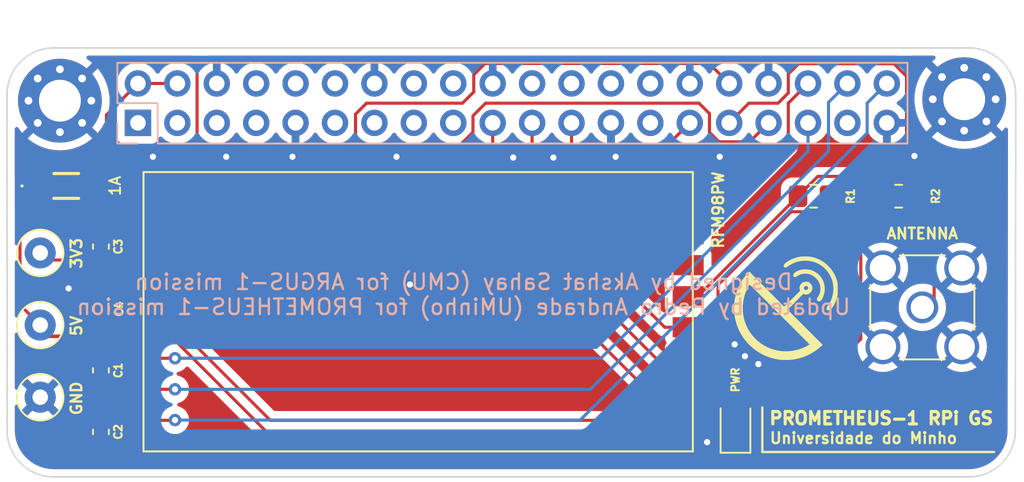
<source format=kicad_pcb>
(kicad_pcb (version 20221018) (generator pcbnew)
  (title_block (title "PROMETHEUS-1 Ground Station") (rev "v2.1"))
  (layers (0 "F.Cu" signal) (31 "B.Cu" signal) (34 "B.Paste" user) (35 "F.Paste" user) (36 "B.SilkS" user "B.Silkscreen") (37 "F.SilkS" user "F.Silkscreen") (38 "B.Mask" user) (39 "F.Mask" user) (44 "Edge.Cuts" user))
  (net 0 "")
  (net 1 "/5V")
  (net 2 "GND")
  (net 3 "+3V3")
  (net 4 "Net-(D1-A)")
  (net 5 "Net-(ERBRG3R00V1-Pad2)")
  (net 19 "/RF_MOSI")
  (net 20 "/RF_MISO")
  (net 22 "/RF_SCK")
  (net 27 "/RF_RESET")
  (net 28 "/RF_CS")
  (net 29 "/RF_DIO3")
  (net 30 "/RF_DIO4")
  (net 31 "/RF_DIO0")
  (net 32 "/RF_DIO5")
  (net 34 "/RF_DIO1")
  (net 35 "/RF_DIO2")
  (net 36 "/RF_ANT")
  (footprint "Capacitor_SMD:C_0603_1608Metric_Pad1.08x0.95mm_HandSolder" (layer "F.Cu") (at 120.2436 100.0749 90)
    (fp_text reference "C1" (at -0.0011 1.1176 90) (layer "F.SilkS") (effects (font (size 0.5 0.5) (thickness 0.125))))
    (fp_text value "10uF")
    (fp_line (start -0.146267 -0.51) (end 0.146267 -0.51) (stroke (width 0.12)) (layer "F.SilkS"))
    (fp_line (start -0.146267 0.51) (end 0.146267 0.51) (stroke (width 0.12)) (layer "F.SilkS"))
    (pad "1" smd roundrect (at -0.8625 0 90) (size 1.075 0.95) (layers "F.Cu" "F.Paste" "F.Mask") (net 1 "/5V"))
    (pad "2" smd roundrect (at 0.8625 0 90) (size 1.075 0.95) (layers "F.Cu" "F.Paste" "F.Mask") (net 2 "GND"))
  )
  (footprint ".MyLib:ERBRG4R00V" (layer "F.Cu") (at 118.0084 88.1888)
    (fp_text reference "1A" (at 3.1496 0 90) (layer "F.SilkS") (effects (font (size 0.7 0.7) (thickness 0.125))))
    (fp_text value "1A" hide)
    (fp_line (start -2.9 0) (end -2.9 0) (stroke (width 0.1)) (layer "F.SilkS"))
    (fp_line (start -2.8 0) (end -2.8 0) (stroke (width 0.1)) (layer "F.SilkS"))
    (fp_line (start -0.8 -0.8) (end 0.8 -0.8) (stroke (width 0.2)) (layer "F.SilkS"))
    (fp_line (start -0.8 0.8) (end 0.8 0.8) (stroke (width 0.2)) (layer "F.SilkS"))
    (fp_arc (start -2.9 0) (mid -2.85 -0.05) (end -2.8 0) (stroke (width 0.1)) (layer "F.SilkS"))
    (fp_arc (start -2.8 0) (mid -2.85 0.05) (end -2.9 0) (stroke (width 0.1)) (layer "F.SilkS"))
    (pad "1" smd rect (at -1.725 0) (size 1.25 1.5) (layers "F.Cu" "F.Paste" "F.Mask") (net 1 "/5V"))
    (pad "2" smd rect (at 1.725 0) (size 1.25 1.5) (layers "F.Cu" "F.Paste" "F.Mask") (net 5 "Net-(ERBRG3R00V1-Pad2)"))
  )
  (footprint "Connector_Coaxial:SMA_Amphenol_901-144_Vertical" (layer "F.Cu") (at 173.1772 96.012)
    (fp_text reference "ANTENNA" (at 0 -4.75) (layer "F.SilkS") (effects (font (size 0.7 0.7))))
    (fp_text value "Coax SMA")
    (fp_line (start -3.355 -1.45) (end -3.355 1.45) (stroke (width 0.12)) (layer "F.SilkS"))
    (fp_line (start -1.45 -3.355) (end 1.45 -3.355) (stroke (width 0.12)) (layer "F.SilkS"))
    (fp_line (start -1.45 3.355) (end 1.45 3.355) (stroke (width 0.12)) (layer "F.SilkS"))
    (fp_line (start 3.355 -1.45) (end 3.355 1.45) (stroke (width 0.12)) (layer "F.SilkS"))
    (pad "1" thru_hole circle (at 0 0) (size 2.05 2.05) (drill 1.5) (layers "*.Cu" "*.Mask") (net 36 "/RF_ANT"))
    (pad "2" thru_hole circle (at -2.54 -2.54) (size 2.25 2.25) (drill 1.7) (layers "*.Cu" "*.Mask") (net 2 "GND"))
    (pad "2" thru_hole circle (at -2.54 2.54) (size 2.25 2.25) (drill 1.7) (layers "*.Cu" "*.Mask") (net 2 "GND"))
    (pad "2" thru_hole circle (at 2.54 -2.54) (size 2.25 2.25) (drill 1.7) (layers "*.Cu" "*.Mask") (net 2 "GND"))
    (pad "2" thru_hole circle (at 2.54 2.54) (size 2.25 2.25) (drill 1.7) (layers "*.Cu" "*.Mask") (net 2 "GND"))
  )
  (footprint "LED_SMD:LED_0805_2012Metric_Pad1.15x1.40mm_HandSolder" (layer "F.Cu") (at 161.1376 103.5214 90)
    (fp_text reference "PWR" (at 2.8358 0 90) (layer "F.SilkS") (effects (font (size 0.5 0.5) (thickness 0.125))))
    (fp_text value "POW" hide)
    (fp_line (start -1.86 -0.96) (end -1.86 0.96) (stroke (width 0.12)) (layer "F.SilkS"))
    (fp_line (start -1.86 0.96) (end 1 0.96) (stroke (width 0.12)) (layer "F.SilkS"))
    (fp_line (start 1 -0.96) (end -1.86 -0.96) (stroke (width 0.12)) (layer "F.SilkS"))
    (pad "1" smd roundrect (at -1.025 0 90) (size 1.15 1.4) (layers "F.Cu" "F.Paste" "F.Mask") (roundrect_rratio 0.217391) (net 2 "GND"))
    (pad "2" smd roundrect (at 1.025 0 90) (size 1.15 1.4) (layers "F.Cu" "F.Paste" "F.Mask") (roundrect_rratio 0.217391) (net 4 "Net-(D1-A)"))
  )
  (footprint "TestPoint:TestPoint_Loop_D2.50mm_Drill1.0mm" (layer "F.Cu") (at 116.332 92.5032)
    (fp_text reference "3V3" (at 2.3368 0.0272 90) (layer "F.SilkS") (effects (font (size 0.7 0.7))))
    (fp_text value "3.3V")
    (fp_circle (center 0 0) (end 1.5 0) (stroke (width 0.12)) (fill none) (layer "F.SilkS"))
    (pad "1" thru_hole circle (at 0 0) (size 2 2) (drill 1) (layers "*.Cu" "*.Mask") (net 3 "+3V3"))
  )
  (footprint "Capacitor_SMD:C_0603_1608Metric_Pad1.08x0.95mm_HandSolder" (layer "F.Cu") (at 120.2436 96.1136 -90)
    (fp_text reference "C4" (at 0.0011 -1.1684 90) (layer "F.SilkS") (effects (font (size 0.5 0.5) (thickness 0.125))))
    (fp_text value "0.1uF")
    (fp_line (start -0.146267 -0.51) (end 0.146267 -0.51) (stroke (width 0.12)) (layer "F.SilkS"))
    (fp_line (start -0.146267 0.51) (end 0.146267 0.51) (stroke (width 0.12)) (layer "F.SilkS"))
    (pad "1" smd roundrect (at -0.8625 0 270) (size 1.075 0.95) (layers "F.Cu" "F.Paste" "F.Mask") (net 3 "+3V3"))
    (pad "2" smd roundrect (at 0.8625 0 270) (size 1.075 0.95) (layers "F.Cu" "F.Paste" "F.Mask") (net 2 "GND"))
  )
  (footprint "Capacitor_SMD:C_0603_1608Metric_Pad1.08x0.95mm_HandSolder" (layer "F.Cu") (at 120.2436 92.0993 90)
    (fp_text reference "C3" (at 0 1.1176 90) (layer "F.SilkS") (effects (font (size 0.5 0.5) (thickness 0.125))))
    (fp_text value "10uF")
    (fp_line (start -0.146267 -0.51) (end 0.146267 -0.51) (stroke (width 0.12)) (layer "F.SilkS"))
    (fp_line (start -0.146267 0.51) (end 0.146267 0.51) (stroke (width 0.12)) (layer "F.SilkS"))
    (pad "1" smd roundrect (at -0.8625 0 90) (size 1.075 0.95) (layers "F.Cu" "F.Paste" "F.Mask") (net 3 "+3V3"))
    (pad "2" smd roundrect (at 0.8625 0 90) (size 1.075 0.95) (layers "F.Cu" "F.Paste" "F.Mask") (net 2 "GND"))
  )
  (footprint "MountingHole:MountingHole_2.7mm_M2.5_Pad_Via" (layer "F.Cu") (at 175.8766 82.6008)
    (fp_text reference "H2" hide)
    (fp_text value "M")
    (pad "1" thru_hole circle (at -2.025 0) (size 0.8 0.8) (drill 0.5) (layers "*.Cu" "*.Mask") (net 2 "GND"))
    (pad "1" thru_hole circle (at -1.431891 -1.431891) (size 0.8 0.8) (drill 0.5) (layers "*.Cu" "*.Mask") (net 2 "GND"))
    (pad "1" thru_hole circle (at -1.431891 1.431891) (size 0.8 0.8) (drill 0.5) (layers "*.Cu" "*.Mask") (net 2 "GND"))
    (pad "1" thru_hole circle (at 0 -2.025) (size 0.8 0.8) (drill 0.5) (layers "*.Cu" "*.Mask") (net 2 "GND"))
    (pad "1" thru_hole circle (at 0 0) (size 5.4 5.4) (drill 2.7) (layers "*.Cu" "*.Mask") (net 2 "GND"))
    (pad "1" thru_hole circle (at 0 2.025) (size 0.8 0.8) (drill 0.5) (layers "*.Cu" "*.Mask") (net 2 "GND"))
    (pad "1" thru_hole circle (at 1.431891 -1.431891) (size 0.8 0.8) (drill 0.5) (layers "*.Cu" "*.Mask") (net 2 "GND"))
    (pad "1" thru_hole circle (at 1.431891 1.431891) (size 0.8 0.8) (drill 0.5) (layers "*.Cu" "*.Mask") (net 2 "GND"))
    (pad "1" thru_hole circle (at 2.025 0) (size 0.8 0.8) (drill 0.5) (layers "*.Cu" "*.Mask") (net 2 "GND"))
  )
  (footprint "MountingHole:MountingHole_2.7mm_M2.5_Pad_Via" (layer "F.Cu") (at 117.602 82.6954)
    (fp_text reference "H1" hide)
    (fp_text value "M")
    (pad "1" thru_hole circle (at -2.025 0) (size 0.8 0.8) (drill 0.5) (layers "*.Cu" "*.Mask") (net 2 "GND"))
    (pad "1" thru_hole circle (at -1.431891 -1.431891) (size 0.8 0.8) (drill 0.5) (layers "*.Cu" "*.Mask") (net 2 "GND"))
    (pad "1" thru_hole circle (at -1.431891 1.431891) (size 0.8 0.8) (drill 0.5) (layers "*.Cu" "*.Mask") (net 2 "GND"))
    (pad "1" thru_hole circle (at 0 -2.025) (size 0.8 0.8) (drill 0.5) (layers "*.Cu" "*.Mask") (net 2 "GND"))
    (pad "1" thru_hole circle (at 0 0) (size 5.4 5.4) (drill 2.7) (layers "*.Cu" "*.Mask") (net 2 "GND"))
    (pad "1" thru_hole circle (at 0 2.025) (size 0.8 0.8) (drill 0.5) (layers "*.Cu" "*.Mask") (net 2 "GND"))
    (pad "1" thru_hole circle (at 1.431891 -1.431891) (size 0.8 0.8) (drill 0.5) (layers "*.Cu" "*.Mask") (net 2 "GND"))
    (pad "1" thru_hole circle (at 1.431891 1.431891) (size 0.8 0.8) (drill 0.5) (layers "*.Cu" "*.Mask") (net 2 "GND"))
    (pad "1" thru_hole circle (at 2.025 0) (size 0.8 0.8) (drill 0.5) (layers "*.Cu" "*.Mask") (net 2 "GND"))
  )
  (footprint "Resistor_SMD:R_0805_2012Metric_Pad1.20x1.40mm_HandSolder" (layer "F.Cu") (at 171.6532 88.8492)
    (fp_text reference "R2" (at 2.3876 0 90) (layer "F.SilkS") (effects (font (size 0.5 0.5) (thickness 0.125))))
    (fp_text value "200")
    (fp_line (start -0.227064 -0.735) (end 0.227064 -0.735) (stroke (width 0.12)) (layer "F.SilkS"))
    (fp_line (start -0.227064 0.735) (end 0.227064 0.735) (stroke (width 0.12)) (layer "F.SilkS"))
    (pad "1" smd roundrect (at -1 0) (size 1.2 1.4) (layers "F.Cu" "F.Paste" "F.Mask") (roundrect_rratio 0.208333) (net 4 "Net-(D1-A)"))
    (pad "2" smd roundrect (at 1 0) (size 1.2 1.4) (layers "F.Cu" "F.Paste" "F.Mask") (roundrect_rratio 0.208333) (net 1 "/5V"))
  )
  (footprint "TestPoint:TestPoint_Loop_D2.50mm_Drill1.0mm" (layer "F.Cu") (at 116.332 101.8032)
    (fp_text reference "GND" (at 2.3368 0.0744 90) (layer "F.SilkS") (effects (font (size 0.7 0.7))))
    (fp_text value "GND")
    (fp_circle (center 0 0) (end 1.5 0) (stroke (width 0.12)) (fill none) (layer "F.SilkS"))
    (pad "1" thru_hole circle (at 0 0) (size 2 2) (drill 1) (layers "*.Cu" "*.Mask") (net 2 "GND"))
  )
  (footprint "Resistor_SMD:R_0805_2012Metric_Pad1.20x1.40mm_HandSolder" (layer "F.Cu") (at 166.1668 88.8492)
    (fp_text reference "R1" (at 2.3876 0 90) (layer "F.SilkS") (effects (font (size 0.5 0.5) (thickness 0.125))))
    (fp_text value "10K")
    (fp_line (start -0.227064 -0.735) (end 0.227064 -0.735) (stroke (width 0.12)) (layer "F.SilkS"))
    (fp_line (start -0.227064 0.735) (end 0.227064 0.735) (stroke (width 0.12)) (layer "F.SilkS"))
    (pad "1" smd roundrect (at -1 0) (size 1.2 1.4) (layers "F.Cu" "F.Paste" "F.Mask") (roundrect_rratio 0.208333) (net 28 "/RF_CS"))
    (pad "2" smd roundrect (at 1 0) (size 1.2 1.4) (layers "F.Cu" "F.Paste" "F.Mask") (roundrect_rratio 0.208333) (net 3 "+3V3"))
  )
  (footprint "LOGO" (layer "F.Cu") (at 164.3888 96.0628)
    (fp_text reference "G***" hide)
    (fp_text value "LOGO" hide)
    (fp_poly (pts (xy 1.344498 -2.496343) (xy 1.445478 -2.488285) (xy 1.532761 -2.475019) (xy 1.565485 -2.467376) (xy 1.73642 -2.408782) (xy 1.892374 -2.330214) (xy 2.032539 -2.233603) (xy 2.156106 -2.120881) (xy 2.262266 -1.993981) (xy 2.350212 -1.854834) (xy 2.419134 -1.705372) (xy 2.468225 -1.547529) (xy 2.496674 -1.383234) (xy 2.503674 -1.214422) (xy 2.488417 -1.043024) (xy 2.450093 -0.870971) (xy 2.387894 -0.700197) (xy 2.34356 -0.608172) (xy 2.312759 -0.555239) (xy 2.280482 -0.509011) (xy 2.252214 -0.477178) (xy 2.24704 -0.472842) (xy 2.19628 -0.44627) (xy 2.13869 -0.434745) (xy 2.084296 -0.439522) (xy 2.059676 -0.449381) (xy 2.031543 -0.474007) (xy 2.006251 -0.509796) (xy 2.002729 -0.516701) (xy 1.988922 -0.570775) (xy 1.998629 -0.627557) (xy 2.032402 -0.689334) (xy 2.049906 -0.712431) (xy 2.087713 -0.768054) (xy 2.126677 -0.840099) (xy 2.162464 -0.919481) (xy 2.19074 -0.997113) (xy 2.198568 -1.024089) (xy 2.211497 -1.095349) (xy 2.218403 -1.182837) (xy 2.21927 -1.277394) (xy 2.214084 -1.369857) (xy 2.20283 -1.451066) (xy 2.199276 -1.467643) (xy 2.183671 -1.520486) (xy 2.159688 -1.58566) (xy 2.131377 -1.652553) (xy 2.117077 -1.682897) (xy 2.087751 -1.739698) (xy 2.059449 -1.786216) (xy 2.026961 -1.82941) (xy 1.985077 -1.876241) (xy 1.931507 -1.930766) (xy 1.813511 -2.03512) (xy 1.69306 -2.114795) (xy 1.566871 -2.171188) (xy 1.431661 -2.205699) (xy 1.284147 -2.219726) (xy 1.252197 -2.220199) (xy 1.109958 -2.212214) (xy 0.981778 -2.186199) (xy 0.861135 -2.140156) (xy 0.741505 -2.072087) (xy 0.719019 -2.056958) (xy 0.647614 -2.01665) (xy 0.585834 -2.000587) (xy 0.533663 -2.008769) (xy 0.491088 -2.041194) (xy 0.486367 -2.047047) (xy 0.469557 -2.089022) (xy 0.472584 -2.140196) (xy 0.493461 -2.195469) (xy 0.5302 -2.249741) (xy 0.580813 -2.297915) (xy 0.585577 -2.301482) (xy 0.652777 -2.344474) (xy 0.735976 -2.388271) (xy 0.825609 -2.428452) (xy 0.912113 -2.460598) (xy 0.960263 -2.474626) (xy 1.037704 -2.488335) (xy 1.132778 -2.496462) (xy 1.237654 -2.4991)) (fill solid) (layer "F.SilkS"))
    (fp_poly (pts (xy 1.374164 -3.330831) (xy 1.479229 -3.325302) (xy 1.570222 -3.316487) (xy 1.617668 -3.309181) (xy 1.811684 -3.261852) (xy 2.008802 -3.192634) (xy 2.202925 -3.104058) (xy 2.387959 -2.998651) (xy 2.427053 -2.973315) (xy 2.518662 -2.905778) (xy 2.617841 -2.820961) (xy 2.719268 -2.724268) (xy 2.817624 -2.621103) (xy 2.907587 -2.516869) (xy 2.983836 -2.416972) (xy 3.004388 -2.386929) (xy 3.122042 -2.189421) (xy 3.216053 -1.986681) (xy 3.288869 -1.773099) (xy 3.314311 -1.676374) (xy 3.322255 -1.640187) (xy 3.328378 -1.602918) (xy 3.332904 -1.560569) (xy 3.336062 -1.509143) (xy 3.338077 -1.44464) (xy 3.339177 -1.363064) (xy 3.339588 -1.260416) (xy 3.33961 -1.230412) (xy 3.339161 -1.109976) (xy 3.337645 -1.01234) (xy 3.334913 -0.93423) (xy 3.33082 -0.87237) (xy 3.325216 -0.823486) (xy 3.319937 -0.79338) (xy 3.270837 -0.608179) (xy 3.20113 -0.421203) (xy 3.11436 -0.240554) (xy 3.01407 -0.074329) (xy 2.990399 -0.040297) (xy 2.948427 0.016679) (xy 2.915385 0.056348) (xy 2.886427 0.08356) (xy 2.856707 0.103169) (xy 2.837442 0.112862) (xy 2.764157 0.137852) (xy 2.701271 0.139452) (xy 2.665515 0.127995) (xy 2.640072 0.10621) (xy 2.621254 0.076019) (xy 2.612893 0.035558) (xy 2.620618 -0.010738) (xy 2.645626 -0.066153) (xy 2.689111 -0.133969) (xy 2.706502 -0.157985) (xy 2.768616 -0.250568) (xy 2.831137 -0.359011) (xy 2.889054 -0.473651) (xy 2.937352 -0.584828) (xy 2.959653 -0.645922) (xy 3.017049 -0.85754) (xy 3.049456 -1.069515) (xy 3.057575 -1.280074) (xy 3.042106 -1.487445) (xy 3.00375 -1.689857) (xy 2.943207 -1.885537) (xy 2.861179 -2.072714) (xy 2.758365 -2.249614) (xy 2.635467 -2.414467) (xy 2.493186 -2.5655) (xy 2.332221 -2.700941) (xy 2.153274 -2.819018) (xy 2.085644 -2.856378) (xy 1.89683 -2.94121) (xy 1.699364 -3.00275) (xy 1.49591 -3.041213) (xy 1.289129 -3.056816) (xy 1.081684 -3.049776) (xy 0.876237 -3.020309) (xy 0.675452 -2.968633) (xy 0.481989 -2.894963) (xy 0.298513 -2.799517) (xy 0.148862 -2.698767) (xy 0.076234 -2.649239) (xy 0.015685 -2.620646) (xy -0.035748 -2.612608) (xy -0.08103 -2.624743) (xy -0.123126 -2.656669) (xy -0.129205 -2.662986) (xy -0.152707 -2.70499) (xy -0.15152 -2.753325) (xy -0.126115 -2.807413) (xy -0.076964 -2.866674) (xy -0.004536 -2.930529) (xy 0.090697 -2.998401) (xy 0.195907 -3.062665) (xy 0.385397 -3.158898) (xy 0.58541 -3.23558) (xy 0.800373 -3.294328) (xy 0.870823 -3.309168) (xy 0.946362 -3.320074) (xy 1.041125 -3.327693) (xy 1.148452 -3.332026) (xy 1.261685 -3.333072)) (fill solid) (layer "F.SilkS"))
    (fp_poly (pts (xy -1.793611 -1.785953) (xy -1.670054 -1.661306) (xy -1.534083 -1.524164) (xy -1.389991 -1.378857) (xy -1.242073 -1.229713) (xy -1.094621 -1.081061) (xy -0.95193 -0.937231) (xy -0.818294 -0.80255) (xy -0.698005 -0.681349) (xy -0.679405 -0.662611) (xy -0.581196 -0.563574) (xy -0.488384 -0.469783) (xy -0.402619 -0.382919) (xy -0.325552 -0.304661) (xy -0.258831 -0.236691) (xy -0.204107 -0.180688) (xy -0.163029 -0.138333) (xy -0.137247 -0.111305) (xy -0.128513 -0.101522) (xy -0.118957 -0.104577) (xy -0.095306 -0.12266) (xy -0.057006 -0.156297) (xy -0.003501 -0.206014) (xy 0.065763 -0.272338) (xy 0.151342 -0.355794) (xy 0.25379 -0.456909) (xy 0.373664 -0.576209) (xy 0.397837 -0.600357) (xy 0.913666 -1.115916) (xy 0.892427 -1.178248) (xy 0.878535 -1.245721) (xy 0.877359 -1.289521) (xy 1.161068 -1.289521) (xy 1.172133 -1.235772) (xy 1.201635 -1.194719) (xy 1.244037 -1.168769) (xy 1.293798 -1.160327) (xy 1.34538 -1.171801) (xy 1.380885 -1.194036) (xy 1.417992 -1.239398) (xy 1.429924 -1.291501) (xy 1.417227 -1.348014) (xy 1.386534 -1.39433) (xy 1.345122 -1.421239) (xy 1.298268 -1.429945) (xy 1.25125 -1.421653) (xy 1.209344 -1.397568) (xy 1.177829 -1.358896) (xy 1.16198 -1.30684) (xy 1.161068 -1.289521) (xy 0.877359 -1.289521) (xy 0.87645 -1.323385) (xy 0.885609 -1.400042) (xy 0.905452 -1.464491) (xy 0.906931 -1.467643) (xy 0.940245 -1.519126) (xy 0.989624 -1.574108) (xy 1.047406 -1.625229) (xy 1.105933 -1.665126) (xy 1.120331 -1.672753) (xy 1.156835 -1.688131) (xy 1.194944 -1.697214) (xy 1.243241 -1.701426) (xy 1.298048 -1.702242) (xy 1.38107 -1.697839) (xy 1.447513 -1.682627) (xy 1.505731 -1.653068) (xy 1.564073 -1.605619) (xy 1.59278 -1.577296) (xy 1.655342 -1.496074) (xy 1.69426 -1.407398) (xy 1.709701 -1.314474) (xy 1.701836 -1.22051) (xy 1.670832 -1.128714) (xy 1.616859 -1.042293) (xy 1.561491 -0.98301) (xy 1.478115 -0.922269) (xy 1.388332 -0.885297) (xy 1.294984 -0.872751) (xy 1.200913 -0.885286) (xy 1.174114 -0.893632) (xy 1.140102 -0.905365) (xy 1.118394 -0.91235) (xy 1.11489 -0.9132) (xy 1.10534 -0.904139) (xy 1.079244 -0.878084) (xy 1.038267 -0.836728) (xy 0.984073 -0.781762) (xy 0.918327 -0.714879) (xy 0.842692 -0.63777) (xy 0.758833 -0.552128) (xy 0.668413 -0.459646) (xy 0.612778 -0.402676) (xy 0.114428 0.107849) (xy 1.241112 1.235481) (xy 2.367796 2.363112) (xy 2.263431 2.461892) (xy 2.13738 2.572559) (xy 1.992863 2.68468) (xy 1.83678 2.793598) (xy 1.676031 2.894657) (xy 1.517514 2.983202) (xy 1.418563 3.032016) (xy 1.147573 3.143703) (xy 0.867147 3.23148) (xy 0.576373 3.295604) (xy 0.365622 3.326619) (xy 0.301129 3.331952) (xy 0.216485 3.335572) (xy 0.117571 3.337535) (xy 0.010269 3.337897) (xy -0.099541 3.336714) (xy -0.205979 3.334042) (xy -0.303163 3.329937) (xy -0.385213 3.324455) (xy -0.437032 3.318977) (xy -0.730969 3.266411) (xy -1.015195 3.189678) (xy -1.289191 3.08903) (xy -1.552439 2.964719) (xy -1.804419 2.816996) (xy -2.044613 2.646114) (xy -2.272502 2.452325) (xy -2.325347 2.402396) (xy -2.529564 2.187778) (xy -2.712219 1.958725) (xy -2.872866 1.71613) (xy -3.01106 1.460885) (xy -3.126354 1.193882) (xy -3.218302 0.916015) (xy -3.286457 0.628174) (xy -3.3211 0.410944) (xy -3.330848 0.30815) (xy -3.336792 0.187094) (xy -3.339064 0.054156) (xy -3.338212 -0.038919) (xy -2.778258 -0.038919) (xy -2.775376 0.131284) (xy -2.764721 0.298586) (xy -2.746546 0.454198) (xy -2.734062 0.528351) (xy -2.67104 0.792168) (xy -2.584429 1.044864) (xy -2.474355 1.286197) (xy -2.340946 1.515922) (xy -2.184328 1.733797) (xy -2.004627 1.939578) (xy -1.991824 1.952867) (xy -1.80172 2.130397) (xy -1.594915 2.28857) (xy -1.373061 2.426574) (xy -1.137809 2.543599) (xy -0.89081 2.638832) (xy -0.633715 2.711464) (xy -0.368176 2.760683) (xy -0.339189 2.764548) (xy -0.268101 2.770962) (xy -0.177758 2.775046) (xy -0.074883 2.776856) (xy 0.033795 2.776448) (xy 0.141553 2.773878) (xy 0.241663 2.769202) (xy 0.3274 2.762477) (xy 0.360095 2.758719) (xy 0.626985 2.711156) (xy 0.88595 2.639752) (xy 1.134433 2.545253) (xy 1.210275 2.510751) (xy 1.275343 2.478938) (xy 1.343466 2.443966) (xy 1.408845 2.408976) (xy 1.465683 2.37711) (xy 1.508183 2.35151) (xy 1.524126 2.340661) (xy 1.515461 2.331268) (xy 1.489189 2.304289) (xy 1.446162 2.260577) (xy 1.38723 2.200989) (xy 1.313245 2.126377) (xy 1.225059 2.037597) (xy 1.123522 1.935503) (xy 1.009485 1.82095) (xy 0.8838 1.694791) (xy 0.747319 1.557882) (xy 0.600891 1.411077) (xy 0.445369 1.25523) (xy 0.281604 1.091197) (xy 0.110447 0.91983) (xy -0.067251 0.741986) (xy -0.250638 0.558518) (xy -0.404571 0.404571) (xy -0.592022 0.217166) (xy -0.774548 0.034753) (xy -0.951296 -0.141818) (xy -1.121411 -0.311695) (xy -1.284038 -0.474028) (xy -1.438322 -0.627965) (xy -1.58341 -0.772654) (xy -1.718447 -0.907245) (xy -1.842577 -1.030887) (xy -1.954948 -1.142727) (xy -2.054704 -1.241916) (xy -2.14099 -1.327602) (xy -2.212953 -1.398933) (xy -2.269737 -1.455059) (xy -2.310489 -1.495128) (xy -2.334353 -1.518289) (xy -2.34072 -1.524068) (xy -2.368742 -1.48116) (xy -2.403975 -1.419383) (xy -2.443811 -1.344042) (xy -2.485643 -1.260444) (xy -2.526864 -1.173892) (xy -2.564867 -1.089692) (xy -2.597046 -1.013149) (xy -2.615278 -0.965383) (xy -2.652107 -0.851531) (xy -2.68753 -0.721317) (xy -2.719256 -0.584458) (xy -2.744996 -0.450669) (xy -2.759674 -0.352874) (xy -2.773109 -0.203234) (xy -2.778258 -0.038919) (xy -3.338212 -0.038919) (xy -3.337796 -0.084286) (xy -3.333119 -0.221852) (xy -3.325166 -0.352162) (xy -3.314068 -0.468837) (xy -3.301079 -0.559291) (xy -3.23719 -0.847705) (xy -3.149988 -1.127326) (xy -3.040295 -1.396483) (xy -2.908931 -1.653505) (xy -2.756719 -1.896724) (xy -2.584481 -2.124467) (xy -2.463495 -2.261998) (xy -2.367447 -2.36493)) (fill solid) (layer "F.SilkS"))
  )
  (footprint ".MyLib:RFM95PW" (layer "F.Cu") (at 140.6896 96.7952 180)
    (fp_text reference "U1" hide)
    (fp_text value "RFM98PW" (at -18.924 4.4916 90) (layer "F.SilkS") (effects (font (size 0.7 0.7)) (justify left top)))
    (fp_line (start -17.7 -8.5) (end 17.7 -8.5) (stroke (width 0.127)) (layer "F.SilkS"))
    (fp_line (start -17.7 9.5) (end -17.7 -8.5) (stroke (width 0.127)) (layer "F.SilkS"))
    (fp_line (start -17.7 9.5) (end 17.7 9.5) (stroke (width 0.127)) (layer "F.SilkS"))
    (fp_line (start 17.7 9.5) (end 17.7 -8.5) (stroke (width 0.127)) (layer "F.SilkS"))
    (pad "1" smd rect (at 17.6 7.5 180) (size 2 1.3) (layers "F.Cu" "F.Paste" "F.Mask") (net 36 "/RF_ANT"))
    (pad "2" smd rect (at 17.6 5.5 180) (size 2 1.3) (layers "F.Cu" "F.Paste" "F.Mask") (net 2 "GND"))
    (pad "3" smd rect (at 17.6 3.5 180) (size 2 1.3) (layers "F.Cu" "F.Paste" "F.Mask") (net 29 "/RF_DIO3"))
    (pad "4" smd rect (at 17.6 1.5 180) (size 2 1.3) (layers "F.Cu" "F.Paste" "F.Mask") (net 30 "/RF_DIO4"))
    (pad "5" smd rect (at 17.6 -0.5 180) (size 2 1.3) (layers "F.Cu" "F.Paste" "F.Mask") (net 1 "/5V"))
    (pad "6" smd rect (at 17.6 -2.5 180) (size 2 1.3) (layers "F.Cu" "F.Paste" "F.Mask") (net 31 "/RF_DIO0"))
    (pad "7" smd rect (at 17.6 -4.5 180) (size 2 1.3) (layers "F.Cu" "F.Paste" "F.Mask") (net 34 "/RF_DIO1"))
    (pad "8" smd rect (at 17.6 -6.5 180) (size 2 1.3) (layers "F.Cu" "F.Paste" "F.Mask") (net 35 "/RF_DIO2"))
    (pad "9" smd rect (at -17.4 -6.5 180) (size 2 1.3) (layers "F.Cu" "F.Paste" "F.Mask") (net 3 "+3V3"))
    (pad "10" smd rect (at -17.4 -4.5 180) (size 2 1.3) (layers "F.Cu" "F.Paste" "F.Mask") (net 20 "/RF_MISO"))
    (pad "11" smd rect (at -17.4 -2.5 180) (size 2 1.3) (layers "F.Cu" "F.Paste" "F.Mask") (net 19 "/RF_MOSI"))
    (pad "12" smd rect (at -17.4 -0.5 180) (size 2 1.3) (layers "F.Cu" "F.Paste" "F.Mask") (net 22 "/RF_SCK"))
    (pad "13" smd rect (at -17.4 1.5 180) (size 2 1.3) (layers "F.Cu" "F.Paste" "F.Mask") (net 28 "/RF_CS"))
    (pad "14" smd rect (at -17.4 3.5 180) (size 2 1.3) (layers "F.Cu" "F.Paste" "F.Mask") (net 27 "/RF_RESET"))
    (pad "15" smd rect (at -17.4 5.5 180) (size 2 1.3) (layers "F.Cu" "F.Paste" "F.Mask") (net 32 "/RF_DIO5"))
    (pad "16" smd rect (at -17.4 7.5 180) (size 2 1.3) (layers "F.Cu" "F.Paste" "F.Mask") (net 2 "GND"))
    (pad "17" smd rect (at 6.0325 2.25 180) (size 5.699999 4.800001) (layers "F.Cu" "F.Mask") (net 2 "GND"))
  )
  (footprint "TestPoint:TestPoint_Loop_D2.50mm_Drill1.0mm" (layer "F.Cu") (at 116.332 97.1532)
    (fp_text reference "5V" (at 2.3368 0.0508 90) (layer "F.SilkS") (effects (font (size 0.7 0.7))))
    (fp_text value "5V")
    (fp_circle (center 0 0) (end 1.5 0) (stroke (width 0.12)) (fill none) (layer "F.SilkS"))
    (pad "1" thru_hole circle (at 0 0) (size 2 2) (drill 1) (layers "*.Cu" "*.Mask") (net 1 "/5V"))
  )
  (footprint "Capacitor_SMD:C_0603_1608Metric_Pad1.08x0.95mm_HandSolder" (layer "F.Cu") (at 120.2436 104.0373 -90)
    (fp_text reference "C2" (at 0 -1.1176 90) (layer "F.SilkS") (effects (font (size 0.5 0.5) (thickness 0.125))))
    (fp_text value "0.1uF")
    (fp_line (start -0.146267 -0.51) (end 0.146267 -0.51) (stroke (width 0.12)) (layer "F.SilkS"))
    (fp_line (start -0.146267 0.51) (end 0.146267 0.51) (stroke (width 0.12)) (layer "F.SilkS"))
    (pad "1" smd roundrect (at -0.8625 0 270) (size 1.075 0.95) (layers "F.Cu" "F.Paste" "F.Mask") (net 1 "/5V"))
    (pad "2" smd roundrect (at 0.8625 0 270) (size 1.075 0.95) (layers "F.Cu" "F.Paste" "F.Mask") (net 2 "GND"))
  )
  (footprint "Connector_PinSocket_2.54mm:PinSocket_2x20_P2.54mm_Vertical" (layer "B.Cu") (at 122.6312 84.1248 -90)
    (fp_text reference "J4" hide)
    (fp_text value "Raspberry_Pi_2_3")
    (fp_line (start -3.87 -49.59) (end 1.33 -49.59) (stroke (width 0.12)) (layer "B.SilkS"))
    (fp_line (start -3.87 1.33) (end -3.87 -49.59) (stroke (width 0.12)) (layer "B.SilkS"))
    (fp_line (start -3.87 1.33) (end -1.27 1.33) (stroke (width 0.12)) (layer "B.SilkS"))
    (fp_line (start -1.27 -1.27) (end 1.33 -1.27) (stroke (width 0.12)) (layer "B.SilkS"))
    (fp_line (start -1.27 1.33) (end -1.27 -1.27) (stroke (width 0.12)) (layer "B.SilkS"))
    (fp_line (start 0 1.33) (end 1.33 1.33) (stroke (width 0.12)) (layer "B.SilkS"))
    (fp_line (start 1.33 -1.27) (end 1.33 -49.59) (stroke (width 0.12)) (layer "B.SilkS"))
    (fp_line (start 1.33 1.33) (end 1.33 0) (stroke (width 0.12)) (layer "B.SilkS"))
    (pad "1" thru_hole rect (at 0 0 270) (size 1.7 1.7) (drill 1) (layers "*.Cu" "*.Mask"))
    (pad "2" thru_hole oval (at -2.54 0 270) (size 1.7 1.7) (drill 1) (layers "*.Cu" "*.Mask") (net 5 "Net-(ERBRG3R00V1-Pad2)"))
    (pad "3" thru_hole oval (at 0 -2.54 270) (size 1.7 1.7) (drill 1) (layers "*.Cu" "*.Mask"))
    (pad "4" thru_hole oval (at -2.54 -2.54 270) (size 1.7 1.7) (drill 1) (layers "*.Cu" "*.Mask") (net 5 "Net-(ERBRG3R00V1-Pad2)"))
    (pad "5" thru_hole oval (at 0 -5.08 270) (size 1.7 1.7) (drill 1) (layers "*.Cu" "*.Mask"))
    (pad "6" thru_hole oval (at -2.54 -5.08 270) (size 1.7 1.7) (drill 1) (layers "*.Cu" "*.Mask") (net 2 "GND"))
    (pad "7" thru_hole oval (at 0 -7.62 270) (size 1.7 1.7) (drill 1) (layers "*.Cu" "*.Mask"))
    (pad "8" thru_hole oval (at -2.54 -7.62 270) (size 1.7 1.7) (drill 1) (layers "*.Cu" "*.Mask"))
    (pad "9" thru_hole oval (at 0 -10.16 270) (size 1.7 1.7) (drill 1) (layers "*.Cu" "*.Mask") (net 2 "GND"))
    (pad "10" thru_hole oval (at -2.54 -10.16 270) (size 1.7 1.7) (drill 1) (layers "*.Cu" "*.Mask"))
    (pad "11" thru_hole oval (at 0 -12.7 270) (size 1.7 1.7) (drill 1) (layers "*.Cu" "*.Mask"))
    (pad "12" thru_hole oval (at -2.54 -12.7 270) (size 1.7 1.7) (drill 1) (layers "*.Cu" "*.Mask"))
    (pad "13" thru_hole oval (at 0 -15.24 270) (size 1.7 1.7) (drill 1) (layers "*.Cu" "*.Mask"))
    (pad "14" thru_hole oval (at -2.54 -15.24 270) (size 1.7 1.7) (drill 1) (layers "*.Cu" "*.Mask") (net 2 "GND"))
    (pad "15" thru_hole oval (at 0 -17.78 270) (size 1.7 1.7) (drill 1) (layers "*.Cu" "*.Mask"))
    (pad "16" thru_hole oval (at -2.54 -17.78 270) (size 1.7 1.7) (drill 1) (layers "*.Cu" "*.Mask"))
    (pad "17" thru_hole oval (at 0 -20.32 270) (size 1.7 1.7) (drill 1) (layers "*.Cu" "*.Mask"))
    (pad "18" thru_hole oval (at -2.54 -20.32 270) (size 1.7 1.7) (drill 1) (layers "*.Cu" "*.Mask"))
    (pad "19" thru_hole oval (at 0 -22.86 270) (size 1.7 1.7) (drill 1) (layers "*.Cu" "*.Mask") (net 19 "/RF_MOSI"))
    (pad "20" thru_hole oval (at -2.54 -22.86 270) (size 1.7 1.7) (drill 1) (layers "*.Cu" "*.Mask") (net 2 "GND"))
    (pad "21" thru_hole oval (at 0 -25.4 270) (size 1.7 1.7) (drill 1) (layers "*.Cu" "*.Mask") (net 20 "/RF_MISO"))
    (pad "22" thru_hole oval (at -2.54 -25.4 270) (size 1.7 1.7) (drill 1) (layers "*.Cu" "*.Mask"))
    (pad "23" thru_hole oval (at 0 -27.94 270) (size 1.7 1.7) (drill 1) (layers "*.Cu" "*.Mask") (net 22 "/RF_SCK"))
    (pad "24" thru_hole oval (at -2.54 -27.94 270) (size 1.7 1.7) (drill 1) (layers "*.Cu" "*.Mask"))
    (pad "25" thru_hole oval (at 0 -30.48 270) (size 1.7 1.7) (drill 1) (layers "*.Cu" "*.Mask") (net 2 "GND"))
    (pad "26" thru_hole oval (at -2.54 -30.48 270) (size 1.7 1.7) (drill 1) (layers "*.Cu" "*.Mask"))
    (pad "27" thru_hole oval (at 0 -33.02 270) (size 1.7 1.7) (drill 1) (layers "*.Cu" "*.Mask"))
    (pad "28" thru_hole oval (at -2.54 -33.02 270) (size 1.7 1.7) (drill 1) (layers "*.Cu" "*.Mask"))
    (pad "29" thru_hole oval (at 0 -35.56 270) (size 1.7 1.7) (drill 1) (layers "*.Cu" "*.Mask") (net 27 "/RF_RESET"))
    (pad "30" thru_hole oval (at -2.54 -35.56 270) (size 1.7 1.7) (drill 1) (layers "*.Cu" "*.Mask") (net 2 "GND"))
    (pad "31" thru_hole oval (at 0 -38.1 270) (size 1.7 1.7) (drill 1) (layers "*.Cu" "*.Mask") (net 28 "/RF_CS"))
    (pad "32" thru_hole oval (at -2.54 -38.1 270) (size 1.7 1.7) (drill 1) (layers "*.Cu" "*.Mask") (net 29 "/RF_DIO3"))
    (pad "33" thru_hole oval (at 0 -40.64 270) (size 1.7 1.7) (drill 1) (layers "*.Cu" "*.Mask") (net 30 "/RF_DIO4"))
    (pad "34" thru_hole oval (at -2.54 -40.64 270) (size 1.7 1.7) (drill 1) (layers "*.Cu" "*.Mask") (net 2 "GND"))
    (pad "35" thru_hole oval (at 0 -43.18 270) (size 1.7 1.7) (drill 1) (layers "*.Cu" "*.Mask") (net 31 "/RF_DIO0"))
    (pad "36" thru_hole oval (at -2.54 -43.18 270) (size 1.7 1.7) (drill 1) (layers "*.Cu" "*.Mask") (net 32 "/RF_DIO5"))
    (pad "37" thru_hole oval (at 0 -45.72 270) (size 1.7 1.7) (drill 1) (layers "*.Cu" "*.Mask"))
    (pad "38" thru_hole oval (at -2.54 -45.72 270) (size 1.7 1.7) (drill 1) (layers "*.Cu" "*.Mask") (net 34 "/RF_DIO1"))
    (pad "39" thru_hole oval (at 0 -48.26 270) (size 1.7 1.7) (drill 1) (layers "*.Cu" "*.Mask") (net 2 "GND"))
    (pad "40" thru_hole oval (at -2.54 -48.26 270) (size 1.7 1.7) (drill 1) (layers "*.Cu" "*.Mask") (net 35 "/RF_DIO2"))
  )
  (gr_line (start 177.8 105.3335) (end 162.8648 105.3335) (stroke (width 0.15)) (layer "F.SilkS"))
  (gr_line (start 162.8648 105.3335) (end 162.8648 102.4636) (stroke (width 0.15)) (layer "F.SilkS"))
  (gr_line (start 114.1984 103.9368) (end 114.195448 82.2959) (stroke (width 0.1)) (layer "Edge.Cuts"))
  (gr_line (start 179.171073 103.949045) (end 179.1954 82.296008) (stroke (width 0.1)) (layer "Edge.Cuts"))
  (gr_arc (start 179.171073 103.949045) (mid 178.296 106.061649) (end 176.183416 106.936763) (stroke (width 0.1)) (layer "Edge.Cuts"))
  (gr_arc (start 117.183416 106.936763) (mid 115.071759 106.052845) (end 114.1984 103.9368) (stroke (width 0.1)) (layer "Edge.Cuts"))
  (gr_arc (start 176.195448 79.2959) (mid 178.316834 80.174576) (end 179.1954 82.296008) (stroke (width 0.1)) (layer "Edge.Cuts"))
  (gr_line (start 117.195448 79.2959) (end 176.195448 79.2959) (stroke (width 0.1)) (layer "Edge.Cuts"))
  (gr_line (start 176.183416 106.936763) (end 117.183416 106.936763) (stroke (width 0.1)) (layer "Edge.Cuts"))
  (gr_arc (start 114.195448 82.2959) (mid 115.07416 80.174626) (end 117.195448 79.2959) (stroke (width 0.1)) (layer "Edge.Cuts"))
  (gr_text "Designed by Akshat Sahay (CMU) for ARGUS-1 mission\nUpdated by Pedro Andrade (UMinho) for PROMETHEUS-1 mission\n" (at 143.6116 96.5708) (layer "B.SilkS") (effects (font (size 1 1)) (justify bottom mirror)))
  (gr_text "Universidade do Minho" (at 163.2712 104.8512) (layer "F.SilkS") (effects (font (size 0.7 0.7)) (justify left bottom)))
  (gr_text "PROMETHEUS-1 RPi GS" (at 163.2204 103.632) (layer "F.SilkS") (effects (font (size 0.8 0.8) (thickness 0.2)) (justify left bottom)))
  (segment (start 161.8374 105.4214) (end 169.2122 98.0466) (width 0.2) (layer "F.Cu") (net 1))
  (segment (start 123.0896 97.2952) (end 124.175286 97.2952) (width 0.2) (layer "F.Cu") (net 1))
  (segment (start 116.332 97.1532) (end 117.039107 97.860307) (width 0.2) (layer "F.Cu") (net 1))
  (segment (start 124.175286 97.2952) (end 132.301486 105.4214) (width 0.2) (layer "F.Cu") (net 1))
  (segment (start 115.032 90.1902) (end 115.032 95.8532) (width 0.2) (layer "F.Cu") (net 1))
  (segment (start 115.032 95.8532) (end 116.332 97.1532) (width 0.2) (layer "F.Cu") (net 1))
  (segment (start 118.872 97.8916) (end 116.332 97.8916) (width 0.2) (layer "F.Cu") (net 1))
  (segment (start 117.039107 97.860307) (end 122.524493 97.860307) (width 0.2) (layer "F.Cu") (net 1))
  (segment (start 120.2436 100.9374) (end 119.4686 100.1624) (width 0.2) (layer "F.Cu") (net 1))
  (segment (start 122.524493 97.860307) (end 123.0896 97.2952) (width 0.2) (layer "F.Cu") (net 1))
  (segment (start 116.2834 88.1888) (end 116.2834 88.9388) (width 0.2) (layer "F.Cu") (net 1))
  (segment (start 119.4686 100.1624) (end 119.4686 98.4882) (width 0.2) (layer "F.Cu") (net 1))
  (segment (start 169.2122 98.0466) (end 169.2122 92.2902) (width 0.2) (layer "F.Cu") (net 1))
  (segment (start 132.301486 105.4214) (end 161.8374 105.4214) (width 0.2) (layer "F.Cu") (net 1))
  (segment (start 116.2834 88.9388) (end 115.032 90.1902) (width 0.2) (layer "F.Cu") (net 1))
  (segment (start 120.2436 100.9374) (end 120.2436 103.1748) (width 0.2) (layer "F.Cu") (net 1))
  (segment (start 119.4686 98.4882) (end 118.872 97.8916) (width 0.2) (layer "F.Cu") (net 1))
  (segment (start 169.2122 92.2902) (end 172.6532 88.8492) (width 0.2) (layer "F.Cu") (net 1))
  (via (at 153.416 86.3092) (size 0.8) (drill 0.4) (layers "F.Cu" "B.Cu") (net 2))
  (via (at 160.1216 86.3092) (size 0.8) (drill 0.4) (layers "F.Cu" "B.Cu") (net 2))
  (via (at 159.3088 104.6988) (size 0.8) (drill 0.4) (layers "F.Cu" "B.Cu") (net 2))
  (via (at 161.7472 99.1616) (size 0.8) (drill 0.4) (layers "F.Cu" "B.Cu") (net 2))
  (via (at 123.5964 86.3092) (size 0.8) (drill 0.4) (layers "F.Cu" "B.Cu") (net 2))
  (via (at 128.3208 86.3092) (size 0.8) (drill 0.4) (layers "F.Cu" "B.Cu") (net 2))
  (via (at 162.6108 99.6696) (size 0.8) (drill 0.4) (layers "F.Cu" "B.Cu") (net 2))
  (via (at 118.1608 94.7928) (size 0.8) (drill 0.4) (layers "F.Cu" "B.Cu") (net 2))
  (via (at 146.812 86.36) (size 0.8) (drill 0.4) (layers "F.Cu" "B.Cu") (net 2))
  (via (at 140.1572 94.5388) (size 0.8) (drill 0.4) (layers "F.Cu" "B.Cu") (net 2))
  (via (at 139.2936 86.3092) (size 0.8) (drill 0.4) (layers "F.Cu" "B.Cu") (net 2))
  (via (at 161.0868 98.3996) (size 0.8) (drill 0.4) (layers "F.Cu" "B.Cu") (net 2))
  (via (at 149.4028 86.36) (size 0.8) (drill 0.4) (layers "F.Cu" "B.Cu") (net 2))
  (via (at 172.6692 86.2584) (size 0.8) (drill 0.4) (layers "F.Cu" "B.Cu") (net 2))
  (via (at 132.588 86.3092) (size 0.8) (drill 0.4) (layers "F.Cu" "B.Cu") (net 2))
  (segment (start 164.732486 89.8492) (end 166.1668 89.8492) (width 0.2) (layer "F.Cu") (net 3))
  (segment (start 166.1668 89.8492) (end 167.1668 88.8492) (width 0.2) (layer "F.Cu") (net 3))
  (segment (start 158.0896 103.2952) (end 131.163864 103.2952) (width 0.2) (layer "F.Cu") (net 3))
  (segment (start 158.782 103.2952) (end 158.782 102.6604) (width 0.2) (layer "F.Cu") (net 3))
  (segment (start 159.36435 102.6604) (end 160.0136 102.01115) (width 0.2) (layer "F.Cu") (net 3))
  (segment (start 121.2377 96.2452) (end 120.2436 95.2511) (width 0.2) (layer "F.Cu") (net 3))
  (segment (start 160.0136 94.568086) (end 164.732486 89.8492) (width 0.2) (layer "F.Cu") (net 3))
  (segment (start 158.782 102.6604) (end 159.36435 102.6604) (width 0.2) (layer "F.Cu") (net 3))
  (segment (start 120.2436 95.2511) (end 120.2436 92.9618) (width 0.2) (layer "F.Cu") (net 3))
  (segment (start 131.163864 103.2952) (end 124.113864 96.2452) (width 0.2) (layer "F.Cu") (net 3))
  (segment (start 120.2436 92.9618) (end 116.7906 92.9618) (width 0.2) (layer "F.Cu") (net 3))
  (segment (start 160.0136 102.01115) (end 160.0136 94.568086) (width 0.2) (layer "F.Cu") (net 3))
  (segment (start 124.113864 96.2452) (end 121.2377 96.2452) (width 0.2) (layer "F.Cu") (net 3))
  (segment (start 168.8122 97.880914) (end 168.8122 92.124514) (width 0.2) (layer "F.Cu") (net 4))
  (segment (start 168.8122 92.124514) (end 170.6532 90.283514) (width 0.2) (layer "F.Cu") (net 4))
  (segment (start 160.8836 102.4964) (end 164.196714 102.4964) (width 0.2) (layer "F.Cu") (net 4))
  (segment (start 164.196714 102.4964) (end 168.8122 97.880914) (width 0.2) (layer "F.Cu") (net 4))
  (segment (start 170.6532 90.283514) (end 170.6532 88.8492) (width 0.2) (layer "F.Cu") (net 4))
  (segment (start 119.7334 88.1888) (end 120.602 87.3202) (width 0.2) (layer "F.Cu") (net 5))
  (segment (start 120.602 87.3202) (end 120.602 83.614) (width 0.2) (layer "F.Cu") (net 5))
  (segment (start 122.6312 81.5848) (end 125.1712 81.5848) (width 0.2) (layer "F.Cu") (net 5))
  (segment (start 120.602 83.614) (end 122.6312 81.5848) (width 0.2) (layer "F.Cu") (net 5))
  (segment (start 159.6136 99.8192) (end 159.6136 101.845464) (width 0.2) (layer "F.Cu") (net 19))
  (segment (start 156.3624 102.2604) (end 145.4912 91.3892) (width 0.2) (layer "F.Cu") (net 19))
  (segment (start 159.198664 102.2604) (end 156.3624 102.2604) (width 0.2) (layer "F.Cu") (net 19))
  (segment (start 159.6136 101.845464) (end 159.198664 102.2604) (width 0.2) (layer "F.Cu") (net 19))
  (segment (start 158.0896 99.2952) (end 159.0896 99.2952) (width 0.2) (layer "F.Cu") (net 19))
  (segment (start 145.4912 91.3892) (end 145.4912 84.1248) (width 0.2) (layer "F.Cu") (net 19))
  (segment (start 159.0896 99.2952) (end 159.6136 99.8192) (width 0.2) (layer "F.Cu") (net 19))
  (segment (start 158.015336 101.2952) (end 148.0312 91.311064) (width 0.2) (layer "F.Cu") (net 20))
  (segment (start 148.0312 91.311064) (end 148.0312 84.1248) (width 0.2) (layer "F.Cu") (net 20))
  (segment (start 150.5712 91.2876) (end 150.5712 84.1248) (width 0.2) (layer "F.Cu") (net 22))
  (segment (start 156.5788 97.2952) (end 150.5712 91.2876) (width 0.2) (layer "F.Cu") (net 22))
  (segment (start 158.0896 97.2952) (end 156.5788 97.2952) (width 0.2) (layer "F.Cu") (net 22))
  (segment (start 158.0896 93.2952) (end 157.0896 93.2952) (width 0.2) (layer "F.Cu") (net 27))
  (segment (start 157.0896 93.2952) (end 156.130554 92.336154) (width 0.2) (layer "F.Cu") (net 27))
  (segment (start 156.130554 86.185446) (end 158.1912 84.1248) (width 0.2) (layer "F.Cu") (net 27))
  (segment (start 156.130554 92.336154) (end 156.130554 86.185446) (width 0.2) (layer "F.Cu") (net 27))
  (segment (start 170.0848 87.5728) (end 166.4432 87.5728) (width 0.2) (layer "F.Cu") (net 28))
  (segment (start 160.7312 84.1248) (end 162.0012 82.8548) (width 0.2) (layer "F.Cu") (net 28))
  (segment (start 171.3526 80.3148) (end 172.1612 81.1234) (width 0.2) (layer "F.Cu") (net 28))
  (segment (start 172.1612 85.4964) (end 170.0848 87.5728) (width 0.2) (layer "F.Cu") (net 28))
  (segment (start 163.884522 82.8548) (end 164.5412 82.198122) (width 0.2) (layer "F.Cu") (net 28))
  (segment (start 172.1612 81.1234) (end 172.1612 85.4964) (width 0.2) (layer "F.Cu") (net 28))
  (segment (start 164.5412 80.9752) (end 165.2016 80.3148) (width 0.2) (layer "F.Cu") (net 28))
  (segment (start 165.2016 80.3148) (end 171.3526 80.3148) (width 0.2) (layer "F.Cu") (net 28))
  (segment (start 166.4432 87.5728) (end 165.1668 88.8492) (width 0.2) (layer "F.Cu") (net 28))
  (segment (start 164.5412 82.198122) (end 164.5412 80.9752) (width 0.2) (layer "F.Cu") (net 28))
  (segment (start 162.0012 82.8548) (end 163.884522 82.8548) (width 0.2) (layer "F.Cu") (net 28))
  (segment (start 158.3652 95.6508) (end 165.1668 88.8492) (width 0.2) (layer "F.Cu") (net 28))
  (segment (start 136.652 83.566) (end 137.3632 82.8548) (width 0.2) (layer "F.Cu") (net 29))
  (segment (start 143.545898 82.8548) (end 144.272 82.128698) (width 0.2) (layer "F.Cu") (net 29))
  (segment (start 128.6246 93.2952) (end 136.652 85.2678) (width 0.2) (layer "F.Cu") (net 29))
  (segment (start 123.0896 93.2952) (end 128.6246 93.2952) (width 0.2) (layer "F.Cu") (net 29))
  (segment (start 137.3632 82.8548) (end 143.545898 82.8548) (width 0.2) (layer "F.Cu") (net 29))
  (segment (start 159.4423 80.2959) (end 160.7312 81.5848) (width 0.2) (layer "F.Cu") (net 29))
  (segment (start 144.272 81.026) (end 145.0021 80.2959) (width 0.2) (layer "F.Cu") (net 29))
  (segment (start 145.0021 80.2959) (end 159.4423 80.2959) (width 0.2) (layer "F.Cu") (net 29))
  (segment (start 144.272 82.128698) (end 144.272 81.026) (width 0.2) (layer "F.Cu") (net 29))
  (segment (start 136.652 85.2678) (end 136.652 83.566) (width 0.2) (layer "F.Cu") (net 29))
  (segment (start 133.737886 88.7476) (end 140.193098 88.7476) (width 0.2) (layer "F.Cu") (net 30))
  (segment (start 140.193098 88.7476) (end 144.2212 84.719498) (width 0.2) (layer "F.Cu") (net 30))
  (segment (start 159.4612 84.7344) (end 160.0708 85.344) (width 0.2) (layer "F.Cu") (net 30))
  (segment (start 144.2212 83.6676) (end 145.034 82.8548) (width 0.2) (layer "F.Cu") (net 30))
  (segment (start 144.2212 84.719498) (end 144.2212 83.6676) (width 0.2) (layer "F.Cu") (net 30))
  (segment (start 160.0708 85.344) (end 162.052 85.344) (width 0.2) (layer "F.Cu") (net 30))
  (segment (start 162.052 85.344) (end 163.2712 84.1248) (width 0.2) (layer "F.Cu") (net 30))
  (segment (start 127.190286 95.2952) (end 133.737886 88.7476) (width 0.2) (layer "F.Cu") (net 30))
  (segment (start 159.4612 83.530102) (end 159.4612 84.7344) (width 0.2) (layer "F.Cu") (net 30))
  (segment (start 123.0896 95.2952) (end 127.190286 95.2952) (width 0.2) (layer "F.Cu") (net 30))
  (segment (start 145.034 82.8548) (end 158.785898 82.8548) (width 0.2) (layer "F.Cu") (net 30))
  (segment (start 158.785898 82.8548) (end 159.4612 83.530102) (width 0.2) (layer "F.Cu") (net 30))
  (segment (start 123.0896 99.2952) (end 125.0188 99.2952) (width 0.2) (layer "F.Cu") (net 31))
  (via (at 125.0188 99.2952) (size 0.8) (drill 0.4) (layers "F.Cu" "B.Cu") (net 31))
  (segment (start 125.0188 99.2952) (end 152.4696 99.2952) (width 0.2) (layer "B.Cu") (net 31))
  (segment (start 152.4696 99.2952) (end 165.8112 85.9536) (width 0.2) (layer "B.Cu") (net 31))
  (segment (start 165.8112 85.9536) (end 165.8112 84.1248) (width 0.2) (layer "B.Cu") (net 31))
  (segment (start 165.8112 81.5848) (end 164.5412 82.8548) (width 0.2) (layer "F.Cu") (net 32))
  (segment (start 164.5412 82.8548) (end 164.5412 85.6742) (width 0.2) (layer "F.Cu") (net 32))
  (segment (start 164.5412 85.6742) (end 158.9202 91.2952) (width 0.2) (layer "F.Cu") (net 32))
  (segment (start 123.0896 101.2952) (end 125.0188 101.2952) (width 0.2) (layer "F.Cu") (net 34))
  (via (at 125.0188 101.2952) (size 0.8) (drill 0.4) (layers "F.Cu" "B.Cu") (net 34))
  (segment (start 167.132 82.804) (end 168.3512 81.5848) (width 0.2) (layer "B.Cu") (net 34))
  (segment (start 151.7904 101.2952) (end 167.132 85.9536) (width 0.2) (layer "B.Cu") (net 34))
  (segment (start 125.0188 101.2952) (end 151.7904 101.2952) (width 0.2) (layer "B.Cu") (net 34))
  (segment (start 167.132 85.9536) (end 167.132 82.804) (width 0.2) (layer "B.Cu") (net 34))
  (segment (start 123.0896 103.2952) (end 125 103.2952) (width 0.2) (layer "F.Cu") (net 35))
  (segment (start 125 103.2952) (end 125.0188 103.2764) (width 0.2) (layer "F.Cu") (net 35))
  (via (at 125.0188 103.2764) (size 0.8) (drill 0.4) (layers "F.Cu" "B.Cu") (net 35))
  (segment (start 151.13 103.2764) (end 169.6212 84.7852) (width 0.2) (layer "B.Cu") (net 35))
  (segment (start 169.6212 84.7852) (end 169.6212 82.8548) (width 0.2) (layer "B.Cu") (net 35))
  (segment (start 125.0188 103.2764) (end 151.13 103.2764) (width 0.2) (layer "B.Cu") (net 35))
  (segment (start 169.6212 82.8548) (end 170.8912 81.5848) (width 0.2) (layer "B.Cu") (net 35))
  (segment (start 123.506 89.2952) (end 126.4412 86.36) (width 0.2) (layer "F.Cu") (net 36))
  (segment (start 172.5612 84.0168) (end 173.9392 85.3948) (width 0.2) (layer "F.Cu") (net 36))
  (segment (start 126.4412 80.6704) (end 127.2157 79.8959) (width 0.2) (layer "F.Cu") (net 36))
  (segment (start 126.4412 86.36) (end 126.4412 80.6704) (width 0.2) (layer "F.Cu") (net 36))
  (segment (start 172.5612 80.957715) (end 172.5612 84.0168) (width 0.2) (layer "F.Cu") (net 36))
  (segment (start 173.9392 85.3948) (end 173.9392 95.504) (width 0.2) (layer "F.Cu") (net 36))
  (segment (start 127.2157 79.8959) (end 171.499385 79.8959) (width 0.2) (layer "F.Cu") (net 36))
  (segment (start 171.499385 79.8959) (end 172.5612 80.957715) (width 0.2) (layer "F.Cu") (net 36))
  (zone (net 2) (net_name "GND") (layers "F&B.Cu") (connect_pads (clearance 0.5)) (min_thickness 0.25) (fill yes (thermal_gap 0.5) (thermal_bridge_width 0.5))
    (polygon (pts (xy 113.9952 78.9432) (xy 179.6796 78.7908) (xy 179.7304 107.2388) (xy 113.7412 107.2896)))
  )
)
</source>
